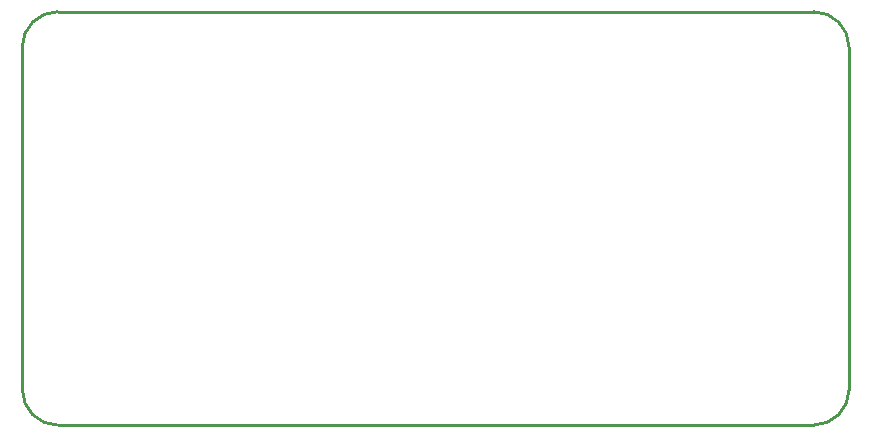
<source format=gko>
G04 Layer: BoardOutlineLayer*
G04 EasyEDA v6.5.23, 2023-06-17 09:45:11*
G04 36c83109d75f48428eebd667f423d1d4,0a61cb7f7b51421fbede6d33e3e5ec82,10*
G04 Gerber Generator version 0.2*
G04 Scale: 100 percent, Rotated: No, Reflected: No *
G04 Dimensions in inches *
G04 leading zeros omitted , absolute positions ,3 integer and 6 decimal *
%FSLAX36Y36*%
%MOIN*%

%ADD10C,0.0100*%
D10*
X275590Y1496060D02*
G01*
X275590Y2637790D01*
X2913379Y1377950D02*
G01*
X393699Y1377950D01*
X3031490Y2637790D02*
G01*
X3031490Y1496060D01*
X393699Y2755900D02*
G01*
X2913379Y2755900D01*
G75*
G01*
X2913380Y2755900D02*
G02*
X3031490Y2637790I0J-118110D01*
G75*
G01*
X3031490Y1496060D02*
G02*
X2913380Y1377950I-118110J0D01*
G75*
G01*
X393700Y1377950D02*
G02*
X275590Y1496060I0J118110D01*
G75*
G01*
X275590Y2637790D02*
G02*
X393700Y2755900I118110J0D01*

%LPD*%
M02*

</source>
